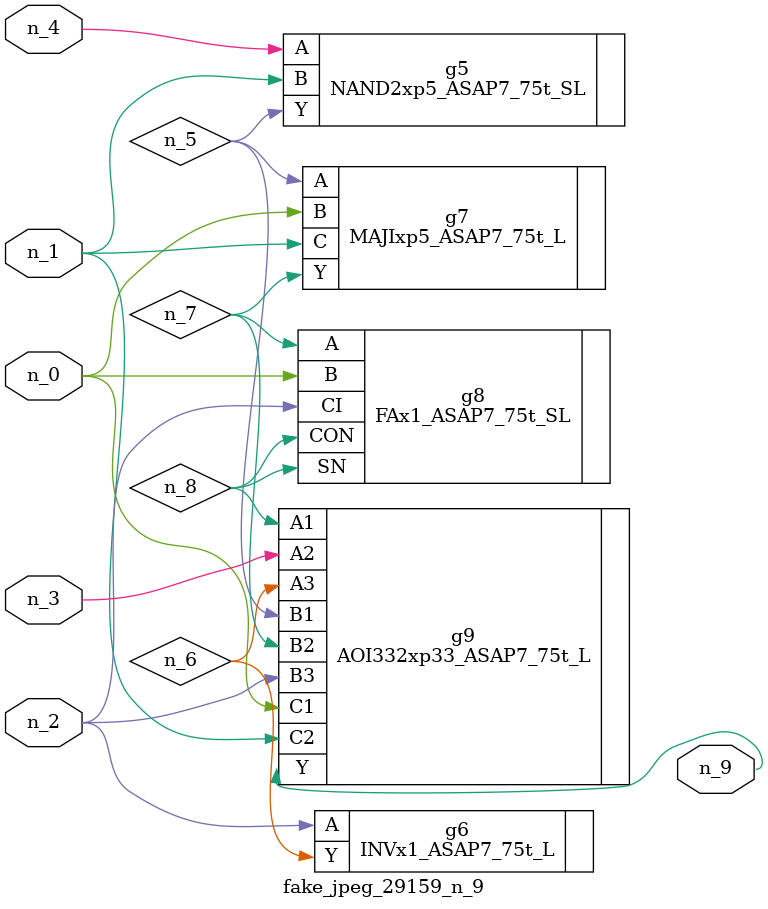
<source format=v>
module fake_jpeg_29159_n_9 (n_3, n_2, n_1, n_0, n_4, n_9);

input n_3;
input n_2;
input n_1;
input n_0;
input n_4;

output n_9;

wire n_8;
wire n_6;
wire n_5;
wire n_7;

NAND2xp5_ASAP7_75t_SL g5 ( 
.A(n_4),
.B(n_1),
.Y(n_5)
);

INVx1_ASAP7_75t_L g6 ( 
.A(n_2),
.Y(n_6)
);

MAJIxp5_ASAP7_75t_L g7 ( 
.A(n_5),
.B(n_0),
.C(n_1),
.Y(n_7)
);

FAx1_ASAP7_75t_SL g8 ( 
.A(n_7),
.B(n_0),
.CI(n_2),
.CON(n_8),
.SN(n_8)
);

AOI332xp33_ASAP7_75t_L g9 ( 
.A1(n_8),
.A2(n_3),
.A3(n_6),
.B1(n_5),
.B2(n_7),
.B3(n_2),
.C1(n_0),
.C2(n_1),
.Y(n_9)
);


endmodule
</source>
